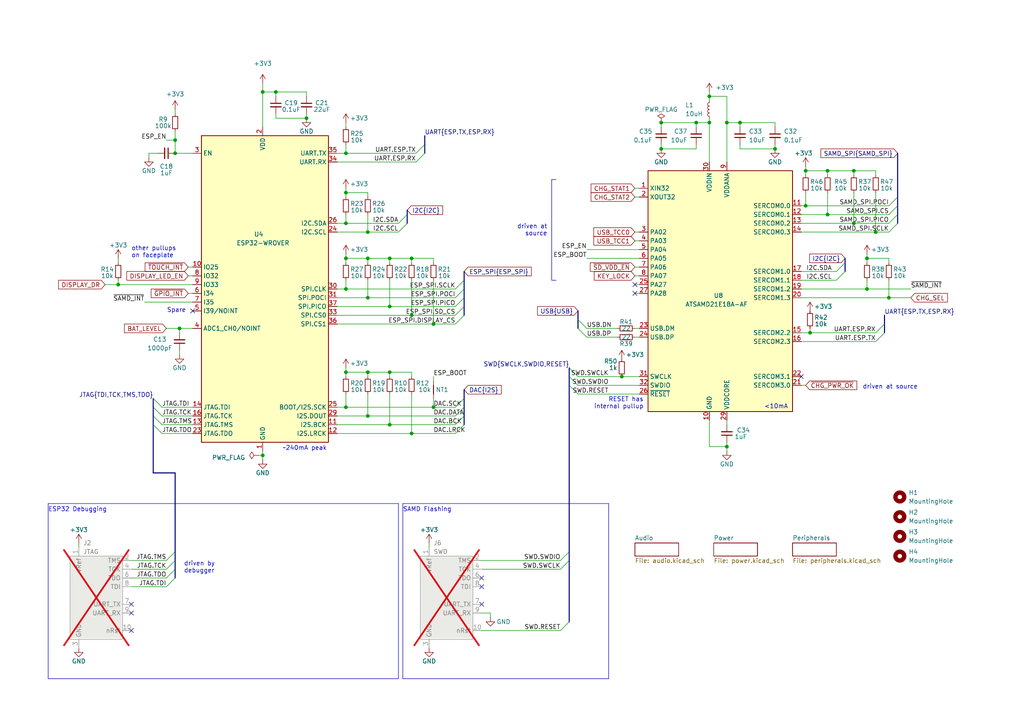
<source format=kicad_sch>
(kicad_sch (version 20230121) (generator eeschema)
  (paper "A4")
  (title_block (date "2022-09-04") (rev "1"))
  (lib_symbols
    (symbol "Device:C_Small" (pin_numbers hide) (pin_names (offset 0.254) hide)
      (property "Reference" "C" (at 0.254 1.778 0))
      (property "Value" "C_Small" (at 0.254 -2.032 0))
      (symbol "C_Small_0_1"
        (polyline (pts (xy -1.524 -0.508) (xy 1.524 -0.508)) (stroke (width 0.3302)))
        (polyline (pts (xy -1.524 0.508) (xy 1.524 0.508)) (stroke (width 0.3048)))
      )
      (symbol "C_Small_1_1"
        (pin passive line (at 0 2.54 270) (length 2.032) (name "~") (number "1"))
        (pin passive line (at 0 -2.54 90) (length 2.032) (name "~") (number "2"))
      )
    )
    (symbol "Device:L_Small" (pin_numbers hide) (pin_names (offset 0.254) hide)
      (property "Reference" "L" (at 0.762 1.016 0))
      (property "Value" "L_Small" (at 0.762 -1.016 0))
      (symbol "L_Small_0_1"
        (arc (start 0 -2.032) (mid 0.5058 -1.524) (end 0 -1.016))
        (arc (start 0 -1.016) (mid 0.5058 -0.508) (end 0 0))
        (arc (start 0 0) (mid 0.5058 0.508) (end 0 1.016))
        (arc (start 0 1.016) (mid 0.5058 1.524) (end 0 2.032))
      )
      (symbol "L_Small_1_1"
        (pin passive line (at 0 2.54 270) (length 0.508) (name "~") (number "1"))
        (pin passive line (at 0 -2.54 90) (length 0.508) (name "~") (number "2"))
      )
    )
    (symbol "Device:NetTie_2" (pin_numbers hide) (pin_names (offset 0) hide)
      (property "Reference" "NT" (at 0 1.27 0))
      (property "Value" "NetTie_2" (at 0 -1.27 0))
      (symbol "NetTie_2_0_1"
        (polyline (pts (xy -1.27 0) (xy 1.27 0)) (stroke (width 0.254)))
      )
      (symbol "NetTie_2_1_1"
        (pin passive line (at -2.54 0 0) (length 2.54) (name "1") (number "1"))
        (pin passive line (at 2.54 0 180) (length 2.54) (name "2") (number "2"))
      )
    )
    (symbol "Device:R_Small" (pin_numbers hide) (pin_names (offset 0.254) hide)
      (property "Reference" "R" (at 0.762 0.508 0))
      (property "Value" "R_Small" (at 0.762 -1.016 0))
      (symbol "R_Small_0_1"
        (rectangle (start -0.762 1.778) (end 0.762 -1.778) (stroke (width 0.2032)))
      )
      (symbol "R_Small_1_1"
        (pin passive line (at 0 2.54 270) (length 0.762) (name "~") (number "1"))
        (pin passive line (at 0 -2.54 90) (length 0.762) (name "~") (number "2"))
      )
    )
    (symbol "Mechanical:MountingHole" (pin_names (offset 1.016))
      (property "Reference" "H" (at 0 5.08 0))
      (property "Value" "MountingHole" (at 0 3.175 0))
      (symbol "MountingHole_0_1"
        (circle (center 0 0) (radius 1.27) (stroke (width 1.27)))
      )
    )
    (symbol "power:+3V3" (power) (pin_names (offset 0))
      (property "Value" "+3V3" (at 0 3.556 0))
      (symbol "+3V3_0_1"
        (polyline (pts (xy -0.762 1.27) (xy 0 2.54)))
        (polyline (pts (xy 0 0) (xy 0 2.54)))
        (polyline (pts (xy 0 2.54) (xy 0.762 1.27)))
      )
      (symbol "+3V3_1_1"
        (pin power_in line (at 0 0 90) (length 0) hide (name "+3V3") (number "1"))
      )
    )
    (symbol "power:GND" (power) (pin_names (offset 0))
      (property "Value" "GND" (at 0 -3.81 0))
      (symbol "GND_0_1"
        (polyline (pts (xy 0 0) (xy 0 -1.27) (xy 1.27 -1.27) (xy 0 -2.54) (xy -1.27 -1.27) (xy 0 -1.27)))
      )
      (symbol "GND_1_1"
        (pin power_in line (at 0 0 270) (length 0) hide (name "GND") (number "1"))
      )
    )
    (symbol "power:PWR_FLAG" (power) (pin_numbers hide) (pin_names (offset 0) hide)
      (property "Value" "PWR_FLAG" (at 0 3.81 0))
      (symbol "PWR_FLAG_0_0"
        (pin power_out line (at 0 0 90) (length 0) (name "pwr") (number "1"))
      )
      (symbol "PWR_FLAG_0_1"
        (polyline (pts (xy 0 0) (xy 0 1.27) (xy -1.016 1.905) (xy 0 2.54) (xy 1.016 1.905) (xy 0 1.27)))
      )
    )
    (symbol "symbols:ATSAMD21E15A-A"
      (property "Reference" "U" (at 0 15.24 0))
      (property "Value" "ATSAMD21E15A-A" (at 0 10.16 0))
      (symbol "ATSAMD21E15A-A_1_1"
        (rectangle (start -20.32 45.72) (end 21.59 -24.13) (stroke (width 0.254)) (fill (type background)))
        (pin bidirectional line (at -22.86 40.64 0) (length 2.54) (name "XIN32") (number "1"))
        (pin power_in line (at -2.54 -26.67 90) (length 2.54) (name "GND") (number "10"))
        (pin bidirectional line (at 24.13 35.56 180) (length 2.54) (name "SERCOM0.0") (number "11"))
        (pin bidirectional line (at 24.13 33.02 180) (length 2.54) (name "SERCOM0.1") (number "12"))
        (pin bidirectional line (at 24.13 30.48 180) (length 2.54) (name "SERCOM0.2") (number "13"))
        (pin bidirectional line (at 24.13 27.94 180) (length 2.54) (name "SERCOM0.3") (number "14"))
        (pin bidirectional line (at 24.13 -1.27 180) (length 2.54) (name "SERCOM2.2") (number "15"))
        (pin bidirectional line (at 24.13 -3.81 180) (length 2.54) (name "SERCOM2.3") (number "16"))
        (pin bidirectional line (at 24.13 16.51 180) (length 2.54) (name "SERCOM1.0") (number "17"))
        (pin bidirectional line (at 24.13 13.97 180) (length 2.54) (name "SERCOM1.1") (number "18"))
        (pin bidirectional line (at 24.13 11.43 180) (length 2.54) (name "SERCOM1.2") (number "19"))
        (pin bidirectional line (at -22.86 38.1 0) (length 2.54) (name "XOUT32") (number "2"))
        (pin bidirectional line (at 24.13 8.89 180) (length 2.54) (name "SERCOM1.3") (number "20"))
        (pin bidirectional line (at 24.13 -16.51 180) (length 2.54) (name "SERCOM3.0") (number "21"))
        (pin bidirectional line (at 24.13 -13.97 180) (length 2.54) (name "SERCOM3.1") (number "22"))
        (pin bidirectional line (at -22.86 0 0) (length 2.54) (name "USB.DM") (number "23"))
        (pin bidirectional line (at -22.86 -2.54 0) (length 2.54) (name "USB.DP") (number "24"))
        (pin bidirectional line (at -22.86 12.7 0) (length 2.54) (name "PA27") (number "25"))
        (pin input line (at -22.86 -19.05 0) (length 2.54) (name "~{RESET}") (number "26"))
        (pin bidirectional line (at -22.86 10.16 0) (length 2.54) (name "PA28") (number "27"))
        (pin power_in line (at -2.54 -26.67 90) (length 2.54) hide (name "GND") (number "28"))
        (pin power_out line (at 2.54 -26.67 90) (length 2.54) (name "VDDCORE") (number "29"))
        (pin bidirectional line (at -22.86 27.94 0) (length 2.54) (name "PA02") (number "3"))
        (pin power_in line (at -2.54 48.26 270) (length 2.54) (name "VDDIN") (number "30"))
        (pin bidirectional line (at -22.86 -13.97 0) (length 2.54) (name "SWCLK") (number "31"))
        (pin bidirectional line (at -22.86 -16.51 0) (length 2.54) (name "SWDIO") (number "32"))
        (pin bidirectional line (at -22.86 25.4 0) (length 2.54) (name "PA03") (number "4"))
        (pin bidirectional line (at -22.86 22.86 0) (length 2.54) (name "PA04") (number "5"))
        (pin bidirectional line (at -22.86 20.32 0) (length 2.54) (name "PA05") (number "6"))
        (pin bidirectional line (at -22.86 17.78 0) (length 2.54) (name "PA06") (number "7"))
        (pin bidirectional line (at -22.86 15.24 0) (length 2.54) (name "PA07") (number "8"))
        (pin power_in line (at 2.54 48.26 270) (length 2.54) (name "VDDANA") (number "9"))
      )
    )
    (symbol "symbols:BMDU"
      (property "Reference" "U" (at -5.08 6.35 0))
      (property "Value" "BMDU" (at -5.08 6.35 0))
      (symbol "BMDU_0_0"
        (pin power_in line (at -5.08 20.32 270) (length 2.54) (name "vRef") (number "1"))
        (pin output line (at 10.16 -3.81 180) (length 2.54) (name "nRst") (number "10"))
        (pin output line (at 10.16 16.51 180) (length 2.54) (name "TMS") (number "2"))
        (pin power_in line (at -5.08 -8.89 90) (length 2.54) (name "GND") (number "3"))
        (pin output line (at 10.16 13.97 180) (length 2.54) (name "TCK") (number "4"))
        (pin power_in line (at -5.08 -8.89 90) (length 2.54) hide (name "GND") (number "5"))
        (pin output line (at 10.16 11.43 180) (length 2.54) (name "TDO") (number "6"))
        (pin output line (at 10.16 3.81 180) (length 2.54) (name "UART_TX") (number "7"))
        (pin input line (at 10.16 8.89 180) (length 2.54) (name "TDI") (number "8"))
        (pin input line (at 10.16 1.27 180) (length 2.54) (name "UART_RX") (number "9"))
      )
      (symbol "BMDU_0_1"
        (rectangle (start -7.62 17.78) (end 7.62 -6.35) (fill (type background)))
      )
    )
    (symbol "symbols:ESP32-WROOM"
      (property "Reference" "U" (at -17.78 34.29 0))
      (property "Value" "ESP32-WROOM" (at -3.81 34.29 0))
      (symbol "ESP32-WROOM_0_1"
        (rectangle (start -17.78 33.02) (end 19.05 -55.88) (stroke (width 0.254)) (fill (type background)))
      )
      (symbol "ESP32-WROOM_1_1"
        (pin power_in line (at 0 -58.42 90) (length 2.54) (name "GND") (number "1"))
        (pin bidirectional line (at -20.32 -5.08 0) (length 2.54) (name "IO25") (number "10"))
        (pin bidirectional line (at 21.59 -50.8 180) (length 2.54) (name "I2S.BCK") (number "11"))
        (pin bidirectional line (at 21.59 -53.34 180) (length 2.54) (name "I2S.LRCK") (number "12"))
        (pin bidirectional line (at -20.32 -50.8 0) (length 2.54) (name "JTAG.TMS") (number "13"))
        (pin bidirectional line (at -20.32 -45.72 0) (length 2.54) (name "JTAG.TDI") (number "14"))
        (pin power_in line (at 0 -58.42 90) (length 2.54) hide (name "GND") (number "15"))
        (pin bidirectional line (at -20.32 -48.26 0) (length 2.54) (name "JTAG.TCK") (number "16"))
        (pin no_connect line (at -17.78 16.51 0) (length 2.54) hide (name "SHD/SD2") (number "17"))
        (pin no_connect line (at -17.78 13.97 0) (length 2.54) hide (name "SWP/SD3") (number "18"))
        (pin no_connect line (at -17.78 8.89 0) (length 2.54) hide (name "SCS/CMD") (number "19"))
        (pin power_in line (at 0 35.56 270) (length 2.54) (name "VDD") (number "2"))
        (pin no_connect line (at -17.78 11.43 0) (length 2.54) hide (name "SCK/CLK") (number "20"))
        (pin no_connect line (at -17.78 21.59 0) (length 2.54) hide (name "SDO/SD0") (number "21"))
        (pin no_connect line (at -17.78 19.05 0) (length 2.54) hide (name "SDI/SD1") (number "22"))
        (pin bidirectional line (at -20.32 -53.34 0) (length 2.54) (name "JTAG.TDO") (number "23"))
        (pin bidirectional line (at 21.59 5.08 180) (length 2.54) (name "I2C.SCL") (number "24"))
        (pin bidirectional line (at 21.59 -45.72 180) (length 2.54) (name "BOOT/I2S.SCK") (number "25"))
        (pin bidirectional line (at 21.59 7.62 180) (length 2.54) (name "I2C.SDA") (number "26"))
        (pin no_connect line (at -17.78 6.35 0) (length 2.54) hide (name "IO16") (number "27"))
        (pin no_connect line (at -17.78 3.81 0) (length 2.54) hide (name "IO17") (number "28"))
        (pin bidirectional line (at 21.59 -48.26 180) (length 2.54) (name "I2S.DOUT") (number "29"))
        (pin input line (at -20.32 27.94 0) (length 2.54) (name "EN") (number "3"))
        (pin bidirectional line (at 21.59 -11.43 180) (length 2.54) (name "SPI.CLK") (number "30"))
        (pin bidirectional line (at 21.59 -13.97 180) (length 2.54) (name "SPI.POCI") (number "31"))
        (pin no_connect line (at -17.78 1.27 0) (length 2.54) hide (name "NC") (number "32"))
        (pin bidirectional line (at 21.59 -19.05 180) (length 2.54) (name "SPI.CS0") (number "33"))
        (pin bidirectional line (at 21.59 25.4 180) (length 2.54) (name "UART.RX") (number "34"))
        (pin bidirectional line (at 21.59 27.94 180) (length 2.54) (name "UART.TX") (number "35"))
        (pin bidirectional line (at 21.59 -21.59 180) (length 2.54) (name "SPI.CS1") (number "36"))
        (pin bidirectional line (at 21.59 -16.51 180) (length 2.54) (name "SPI.PICO") (number "37"))
        (pin power_in line (at 0 -58.42 90) (length 2.54) hide (name "GND") (number "38"))
        (pin power_in line (at 0 -58.42 90) (length 2.54) hide (name "GND") (number "39"))
        (pin input line (at -20.32 -22.86 0) (length 2.54) (name "ADC1_CH0/NOINT") (number "4"))
        (pin input line (at -20.32 -17.78 0) (length 2.54) (name "I39/NOINT") (number "5"))
        (pin input line (at -20.32 -12.7 0) (length 2.54) (name "I34") (number "6"))
        (pin input line (at -20.32 -15.24 0) (length 2.54) (name "I35") (number "7"))
        (pin bidirectional line (at -20.32 -7.62 0) (length 2.54) (name "IO32") (number "8"))
        (pin bidirectional line (at -20.32 -10.16 0) (length 2.54) (name "IO33") (number "9"))
      )
    )
  )
  (bus_alias "USB" (members "DN" "DP"))
  (bus_alias "ESP_SPI" (members "SCLK" "POCI" "PICO" "SD_CS" "DISPLAY_CS"))
  (bus_alias "SAMD_SPI" (members "SCLK" "POCI" "PICO" "CS"))
  (bus_alias "I2C" (members "SDA" "SCL"))
  (bus_alias "I2S" (members "SCK" "BCK" "LRCK" "DATA"))
  (junction (at 125.73 118.11))
  (junction (at 247.65 64.77))
  (junction (at 113.03 123.19))
  (junction (at 88.9 34.29))
  (junction (at 100.33 107.95))
  (junction (at 119.38 91.44))
  (junction (at 251.46 83.82))
  (junction (at 233.68 59.69))
  (junction (at 247.65 49.53))
  (junction (at 254 67.31))
  (junction (at 191.77 35.56))
  (junction (at 100.33 44.45))
  (junction (at 100.33 55.88))
  (junction (at 205.74 27.94))
  (junction (at 106.68 107.95))
  (junction (at 233.68 49.53))
  (junction (at 119.38 74.93))
  (junction (at 113.03 88.9))
  (junction (at 125.73 93.98))
  (junction (at 34.29 82.55))
  (junction (at 113.03 107.95))
  (junction (at 210.82 35.56))
  (junction (at 113.03 74.93))
  (junction (at 100.33 64.77))
  (junction (at 224.79 43.18))
  (junction (at 100.33 74.93))
  (junction (at 106.68 67.31))
  (junction (at 52.07 95.25))
  (junction (at 180.34 109.22))
  (junction (at 240.03 62.23))
  (junction (at 201.93 35.56))
  (junction (at 80.01 26.67))
  (junction (at 100.33 83.82))
  (junction (at 50.8 40.64))
  (junction (at 50.8 44.45))
  (junction (at 214.63 35.56))
  (junction (at 106.68 74.93))
  (junction (at 205.74 35.56))
  (junction (at 251.46 74.93))
  (junction (at 106.68 86.36))
  (junction (at 240.03 49.53))
  (junction (at 191.77 43.18))
  (junction (at 234.95 96.52))
  (junction (at 76.2 26.67))
  (junction (at 257.81 86.36))
  (junction (at 100.33 118.11))
  (junction (at 106.68 120.65))
  (junction (at 119.38 125.73))
  (junction (at 76.2 132.08))
  (junction (at 210.82 129.54))
  (no_connect (at 184.15 82.55))
  (no_connect (at 184.15 85.09))
  (no_connect (at 55.88 90.17))
  (no_connect (at 139.7 170.18))
  (no_connect (at 38.1 182.88))
  (no_connect (at 139.7 167.64))
  (no_connect (at 232.41 109.22))
  (no_connect (at 139.7 175.26))
  (no_connect (at 38.1 175.26))
  (no_connect (at 38.1 177.8))
  (bus_entry (at 134.62 115.57) (size -2.54 2.54))
  (bus_entry (at 165.1 106.68) (size 2.54 2.54))
  (bus_entry (at 165.1 109.22) (size 2.54 2.54))
  (bus_entry (at 165.1 111.76) (size 2.54 2.54))
  (bus_entry (at 44.45 123.19) (size 2.54 2.54))
  (bus_entry (at 44.45 115.57) (size 2.54 2.54))
  (bus_entry (at 44.45 118.11) (size 2.54 2.54))
  (bus_entry (at 44.45 120.65) (size 2.54 2.54))
  (bus_entry (at 257.81 64.77) (size 2.54 -2.54))
  (bus_entry (at 257.81 62.23) (size 2.54 -2.54))
  (bus_entry (at 257.81 59.69) (size 2.54 -2.54))
  (bus_entry (at 162.56 162.56) (size 2.54 -2.54))
  (bus_entry (at 132.08 86.36) (size 2.54 -2.54))
  (bus_entry (at 132.08 83.82) (size 2.54 -2.54))
  (bus_entry (at 132.08 88.9) (size 2.54 -2.54))
  (bus_entry (at 132.08 93.98) (size 2.54 -2.54))
  (bus_entry (at 132.08 91.44) (size 2.54 -2.54))
  (bus_entry (at 120.65 46.99) (size 2.54 -2.54))
  (bus_entry (at 120.65 44.45) (size 2.54 -2.54))
  (bus_entry (at 48.26 165.1) (size 2.54 -2.54))
  (bus_entry (at 48.26 167.64) (size 2.54 -2.54))
  (bus_entry (at 48.26 162.56) (size 2.54 -2.54))
  (bus_entry (at 48.26 170.18) (size 2.54 -2.54))
  (bus_entry (at 162.56 182.88) (size 2.54 -2.54))
  (bus_entry (at 242.57 78.74) (size 2.54 -2.54))
  (bus_entry (at 257.81 67.31) (size 2.54 -2.54))
  (bus_entry (at 132.08 120.65) (size 2.54 -2.54))
  (bus_entry (at 132.08 125.73) (size 2.54 -2.54))
  (bus_entry (at 132.08 123.19) (size 2.54 -2.54))
  (bus_entry (at 242.57 81.28) (size 2.54 -2.54))
  (bus_entry (at 115.57 64.77) (size 2.54 -2.54))
  (bus_entry (at 115.57 67.31) (size 2.54 -2.54))
  (bus_entry (at 254 96.52) (size 2.54 -2.54))
  (bus_entry (at 254 99.06) (size 2.54 -2.54))
  (bus_entry (at 162.56 165.1) (size 2.54 -2.54))
  (bus_entry (at 167.64 95.25) (size 2.54 2.54))
  (bus_entry (at 167.64 92.71) (size 2.54 2.54))
  (bus (pts (xy 44.45 115.57) (xy 44.45 118.11)))
  (wire (pts (xy 257.81 81.28) (xy 257.81 86.36)))
  (wire (pts (xy 205.74 119.38) (xy 205.74 129.54)))
  (wire (pts (xy 97.79 120.65) (xy 106.68 120.65)))
  (wire (pts (xy 205.74 129.54) (xy 210.82 129.54)))
  (wire (pts (xy 232.41 81.28) (xy 242.57 81.28)))
  (bus (pts (xy 260.35 62.23) (xy 260.35 64.77)))
  (wire (pts (xy 106.68 81.28) (xy 106.68 86.36)))
  (wire (pts (xy 97.79 125.73) (xy 119.38 125.73)))
  (wire (pts (xy 251.46 74.93) (xy 257.81 74.93)))
  (wire (pts (xy 257.81 62.23) (xy 240.03 62.23)))
  (wire (pts (xy 214.63 43.18) (xy 214.63 41.91)))
  (wire (pts (xy 125.73 109.22) (xy 125.73 110.49)))
  (wire (pts (xy 100.33 106.68) (xy 100.33 107.95)))
  (wire (pts (xy 97.79 123.19) (xy 113.03 123.19)))
  (wire (pts (xy 125.73 93.98) (xy 132.08 93.98)))
  (bus (pts (xy 134.62 115.57) (xy 134.62 118.11)))
  (wire (pts (xy 106.68 86.36) (xy 132.08 86.36)))
  (wire (pts (xy 184.15 85.09) (xy 185.42 85.09)))
  (wire (pts (xy 100.33 107.95) (xy 106.68 107.95)))
  (polyline (pts (xy 161.29 52.07) (xy 160.02 52.07)))
  (wire (pts (xy 48.26 95.25) (xy 52.07 95.25)))
  (wire (pts (xy 247.65 49.53) (xy 254 49.53)))
  (polyline (pts (xy 160.02 52.07) (xy 160.02 81.28)))
  (wire (pts (xy 125.73 74.93) (xy 125.73 76.2)))
  (wire (pts (xy 180.34 109.22) (xy 185.42 109.22)))
  (wire (pts (xy 106.68 74.93) (xy 113.03 74.93)))
  (wire (pts (xy 30.48 82.55) (xy 34.29 82.55)))
  (polyline (pts (xy 176.53 146.05) (xy 176.53 196.85)))
  (bus (pts (xy 50.8 160.02) (xy 50.8 162.56)))
  (wire (pts (xy 234.95 95.25) (xy 234.95 96.52)))
  (wire (pts (xy 224.79 35.56) (xy 224.79 36.83)))
  (wire (pts (xy 139.7 165.1) (xy 162.56 165.1)))
  (wire (pts (xy 100.33 83.82) (xy 132.08 83.82)))
  (wire (pts (xy 74.93 132.08) (xy 76.2 132.08)))
  (wire (pts (xy 167.64 109.22) (xy 180.34 109.22)))
  (wire (pts (xy 76.2 26.67) (xy 80.01 26.67)))
  (wire (pts (xy 52.07 96.52) (xy 52.07 95.25)))
  (bus (pts (xy 167.64 90.17) (xy 167.64 92.71)))
  (wire (pts (xy 50.8 33.02) (xy 50.8 31.75)))
  (wire (pts (xy 124.46 157.48) (xy 124.46 158.75)))
  (bus (pts (xy 134.62 118.11) (xy 134.62 120.65)))
  (bus (pts (xy 165.1 106.68) (xy 165.1 109.22)))
  (bus (pts (xy 123.19 41.91) (xy 123.19 44.45)))
  (wire (pts (xy 232.41 86.36) (xy 257.81 86.36)))
  (wire (pts (xy 201.93 35.56) (xy 191.77 35.56)))
  (wire (pts (xy 184.15 67.31) (xy 185.42 67.31)))
  (wire (pts (xy 97.79 83.82) (xy 100.33 83.82)))
  (wire (pts (xy 43.18 44.45) (xy 43.18 45.72)))
  (wire (pts (xy 184.15 57.15) (xy 185.42 57.15)))
  (wire (pts (xy 125.73 115.57) (xy 125.73 118.11)))
  (wire (pts (xy 113.03 123.19) (xy 132.08 123.19)))
  (wire (pts (xy 251.46 74.93) (xy 251.46 76.2)))
  (polyline (pts (xy 116.84 146.05) (xy 176.53 146.05)))
  (wire (pts (xy 48.26 40.64) (xy 50.8 40.64)))
  (wire (pts (xy 113.03 107.95) (xy 113.03 109.22)))
  (wire (pts (xy 76.2 26.67) (xy 76.2 36.83)))
  (wire (pts (xy 119.38 81.28) (xy 119.38 91.44)))
  (wire (pts (xy 184.15 54.61) (xy 185.42 54.61)))
  (wire (pts (xy 142.24 179.07) (xy 142.24 177.8)))
  (wire (pts (xy 100.33 114.3) (xy 100.33 118.11)))
  (wire (pts (xy 247.65 55.88) (xy 247.65 64.77)))
  (wire (pts (xy 240.03 50.8) (xy 240.03 49.53)))
  (wire (pts (xy 184.15 77.47) (xy 185.42 77.47)))
  (wire (pts (xy 184.15 97.79) (xy 185.42 97.79)))
  (wire (pts (xy 184.15 80.01) (xy 185.42 80.01)))
  (wire (pts (xy 210.82 35.56) (xy 210.82 46.99)))
  (wire (pts (xy 257.81 86.36) (xy 264.16 86.36)))
  (wire (pts (xy 100.33 107.95) (xy 100.33 109.22)))
  (wire (pts (xy 46.99 120.65) (xy 55.88 120.65)))
  (wire (pts (xy 232.41 83.82) (xy 251.46 83.82)))
  (bus (pts (xy 245.11 76.2) (xy 245.11 78.74)))
  (wire (pts (xy 233.68 55.88) (xy 233.68 59.69)))
  (wire (pts (xy 232.41 78.74) (xy 242.57 78.74)))
  (wire (pts (xy 257.81 59.69) (xy 233.68 59.69)))
  (wire (pts (xy 113.03 114.3) (xy 113.03 123.19)))
  (wire (pts (xy 22.86 157.48) (xy 22.86 158.75)))
  (wire (pts (xy 80.01 26.67) (xy 88.9 26.67)))
  (wire (pts (xy 139.7 182.88) (xy 162.56 182.88)))
  (wire (pts (xy 76.2 24.13) (xy 76.2 26.67)))
  (wire (pts (xy 106.68 107.95) (xy 113.03 107.95)))
  (bus (pts (xy 165.1 109.22) (xy 165.1 111.76)))
  (bus (pts (xy 165.1 162.56) (xy 165.1 180.34)))
  (wire (pts (xy 46.99 118.11) (xy 55.88 118.11)))
  (wire (pts (xy 113.03 74.93) (xy 119.38 74.93)))
  (wire (pts (xy 34.29 74.93) (xy 34.29 76.2)))
  (polyline (pts (xy 13.97 196.85) (xy 13.97 146.05)))
  (wire (pts (xy 170.18 97.79) (xy 179.07 97.79)))
  (polyline (pts (xy 160.02 81.28) (xy 161.29 81.28)))
  (wire (pts (xy 46.99 123.19) (xy 55.88 123.19)))
  (wire (pts (xy 201.93 35.56) (xy 201.93 36.83)))
  (wire (pts (xy 80.01 33.02) (xy 80.01 34.29)))
  (wire (pts (xy 247.65 64.77) (xy 257.81 64.77)))
  (wire (pts (xy 80.01 34.29) (xy 88.9 34.29)))
  (wire (pts (xy 184.15 82.55) (xy 185.42 82.55)))
  (wire (pts (xy 119.38 107.95) (xy 119.38 109.22)))
  (wire (pts (xy 247.65 50.8) (xy 247.65 49.53)))
  (wire (pts (xy 88.9 26.67) (xy 88.9 27.94)))
  (wire (pts (xy 191.77 35.56) (xy 191.77 36.83)))
  (wire (pts (xy 113.03 74.93) (xy 113.03 76.2)))
  (bus (pts (xy 134.62 88.9) (xy 134.62 86.36)))
  (wire (pts (xy 97.79 67.31) (xy 106.68 67.31)))
  (wire (pts (xy 119.38 125.73) (xy 132.08 125.73)))
  (wire (pts (xy 232.41 96.52) (xy 234.95 96.52)))
  (wire (pts (xy 100.33 62.23) (xy 100.33 64.77)))
  (wire (pts (xy 214.63 43.18) (xy 224.79 43.18)))
  (bus (pts (xy 134.62 120.65) (xy 134.62 123.19)))
  (wire (pts (xy 167.64 111.76) (xy 185.42 111.76)))
  (bus (pts (xy 165.1 111.76) (xy 165.1 160.02)))
  (wire (pts (xy 113.03 81.28) (xy 113.03 88.9)))
  (wire (pts (xy 50.8 40.64) (xy 50.8 38.1)))
  (wire (pts (xy 170.18 72.39) (xy 185.42 72.39)))
  (wire (pts (xy 38.1 165.1) (xy 48.26 165.1)))
  (bus (pts (xy 44.45 120.65) (xy 44.45 123.19)))
  (wire (pts (xy 46.99 125.73) (xy 55.88 125.73)))
  (wire (pts (xy 100.33 41.91) (xy 100.33 44.45)))
  (wire (pts (xy 106.68 120.65) (xy 132.08 120.65)))
  (wire (pts (xy 125.73 81.28) (xy 125.73 93.98)))
  (wire (pts (xy 254 55.88) (xy 254 67.31)))
  (wire (pts (xy 170.18 95.25) (xy 179.07 95.25)))
  (wire (pts (xy 254 49.53) (xy 254 50.8)))
  (wire (pts (xy 97.79 64.77) (xy 100.33 64.77)))
  (wire (pts (xy 210.82 27.94) (xy 210.82 35.56)))
  (wire (pts (xy 113.03 88.9) (xy 132.08 88.9)))
  (bus (pts (xy 167.64 92.71) (xy 167.64 95.25)))
  (wire (pts (xy 233.68 48.26) (xy 233.68 49.53)))
  (polyline (pts (xy 116.84 196.85) (xy 116.84 146.05)))
  (wire (pts (xy 167.64 114.3) (xy 185.42 114.3)))
  (wire (pts (xy 97.79 88.9) (xy 113.03 88.9)))
  (wire (pts (xy 38.1 167.64) (xy 48.26 167.64)))
  (wire (pts (xy 106.68 74.93) (xy 106.68 76.2)))
  (wire (pts (xy 210.82 128.27) (xy 210.82 129.54)))
  (wire (pts (xy 119.38 91.44) (xy 132.08 91.44)))
  (wire (pts (xy 38.1 170.18) (xy 48.26 170.18)))
  (wire (pts (xy 233.68 59.69) (xy 232.41 59.69)))
  (wire (pts (xy 119.38 74.93) (xy 125.73 74.93)))
  (bus (pts (xy 44.45 137.16) (xy 50.8 137.16)))
  (wire (pts (xy 232.41 62.23) (xy 240.03 62.23)))
  (wire (pts (xy 100.33 35.56) (xy 100.33 36.83)))
  (polyline (pts (xy 116.84 196.85) (xy 176.53 196.85)))
  (wire (pts (xy 139.7 162.56) (xy 162.56 162.56)))
  (wire (pts (xy 54.61 77.47) (xy 55.88 77.47)))
  (wire (pts (xy 100.33 74.93) (xy 100.33 76.2)))
  (wire (pts (xy 100.33 81.28) (xy 100.33 83.82)))
  (wire (pts (xy 232.41 67.31) (xy 254 67.31)))
  (wire (pts (xy 97.79 44.45) (xy 100.33 44.45)))
  (wire (pts (xy 100.33 64.77) (xy 115.57 64.77)))
  (wire (pts (xy 224.79 41.91) (xy 224.79 43.18)))
  (wire (pts (xy 205.74 27.94) (xy 210.82 27.94)))
  (wire (pts (xy 251.46 73.66) (xy 251.46 74.93)))
  (wire (pts (xy 240.03 55.88) (xy 240.03 62.23)))
  (wire (pts (xy 76.2 132.08) (xy 76.2 130.81)))
  (wire (pts (xy 205.74 26.67) (xy 205.74 27.94)))
  (wire (pts (xy 76.2 133.35) (xy 76.2 132.08)))
  (wire (pts (xy 38.1 162.56) (xy 48.26 162.56)))
  (wire (pts (xy 232.41 64.77) (xy 247.65 64.77)))
  (wire (pts (xy 232.41 99.06) (xy 254 99.06)))
  (bus (pts (xy 134.62 78.74) (xy 134.62 81.28)))
  (wire (pts (xy 184.15 95.25) (xy 185.42 95.25)))
  (wire (pts (xy 191.77 41.91) (xy 191.77 43.18)))
  (bus (pts (xy 134.62 91.44) (xy 134.62 88.9)))
  (bus (pts (xy 134.62 86.36) (xy 134.62 83.82)))
  (wire (pts (xy 240.03 49.53) (xy 247.65 49.53)))
  (bus (pts (xy 118.11 62.23) (xy 118.11 64.77)))
  (bus (pts (xy 123.19 39.37) (xy 123.19 41.91)))
  (wire (pts (xy 113.03 107.95) (xy 119.38 107.95)))
  (wire (pts (xy 233.68 50.8) (xy 233.68 49.53)))
  (wire (pts (xy 34.29 81.28) (xy 34.29 82.55)))
  (wire (pts (xy 119.38 74.93) (xy 119.38 76.2)))
  (wire (pts (xy 100.33 44.45) (xy 120.65 44.45)))
  (wire (pts (xy 251.46 83.82) (xy 264.16 83.82)))
  (wire (pts (xy 100.33 57.15) (xy 100.33 55.88)))
  (wire (pts (xy 45.72 44.45) (xy 43.18 44.45)))
  (wire (pts (xy 170.18 74.93) (xy 185.42 74.93)))
  (polyline (pts (xy 13.97 146.05) (xy 115.57 146.05)))
  (wire (pts (xy 34.29 82.55) (xy 55.88 82.55)))
  (bus (pts (xy 134.62 83.82) (xy 134.62 81.28)))
  (wire (pts (xy 106.68 62.23) (xy 106.68 67.31)))
  (wire (pts (xy 54.61 80.01) (xy 55.88 80.01)))
  (wire (pts (xy 205.74 35.56) (xy 205.74 46.99)))
  (wire (pts (xy 210.82 35.56) (xy 214.63 35.56)))
  (bus (pts (xy 256.54 93.98) (xy 256.54 96.52)))
  (bus (pts (xy 50.8 137.16) (xy 50.8 160.02)))
  (wire (pts (xy 97.79 93.98) (xy 125.73 93.98)))
  (bus (pts (xy 50.8 162.56) (xy 50.8 165.1)))
  (wire (pts (xy 106.68 114.3) (xy 106.68 120.65)))
  (wire (pts (xy 100.33 54.61) (xy 100.33 55.88)))
  (wire (pts (xy 214.63 35.56) (xy 224.79 35.56)))
  (wire (pts (xy 257.81 74.93) (xy 257.81 76.2)))
  (wire (pts (xy 100.33 55.88) (xy 106.68 55.88)))
  (wire (pts (xy 52.07 95.25) (xy 55.88 95.25)))
  (bus (pts (xy 118.11 60.96) (xy 118.11 62.23)))
  (wire (pts (xy 119.38 114.3) (xy 119.38 125.73)))
  (wire (pts (xy 205.74 27.94) (xy 205.74 29.21)))
  (bus (pts (xy 260.35 57.15) (xy 260.35 59.69)))
  (wire (pts (xy 201.93 43.18) (xy 201.93 41.91)))
  (bus (pts (xy 44.45 118.11) (xy 44.45 120.65)))
  (wire (pts (xy 106.68 67.31) (xy 115.57 67.31)))
  (wire (pts (xy 80.01 26.67) (xy 80.01 27.94)))
  (bus (pts (xy 134.62 113.03) (xy 134.62 115.57)))
  (wire (pts (xy 50.8 44.45) (xy 55.88 44.45)))
  (bus (pts (xy 260.35 59.69) (xy 260.35 62.23)))
  (bus (pts (xy 44.45 123.19) (xy 44.45 137.16)))
  (wire (pts (xy 125.73 118.11) (xy 132.08 118.11)))
  (wire (pts (xy 205.74 35.56) (xy 201.93 35.56)))
  (wire (pts (xy 210.82 123.19) (xy 210.82 121.92)))
  (wire (pts (xy 88.9 34.29) (xy 88.9 33.02)))
  (wire (pts (xy 251.46 81.28) (xy 251.46 83.82)))
  (wire (pts (xy 210.82 129.54) (xy 210.82 130.81)))
  (wire (pts (xy 97.79 46.99) (xy 120.65 46.99)))
  (wire (pts (xy 100.33 118.11) (xy 125.73 118.11)))
  (wire (pts (xy 100.33 74.93) (xy 106.68 74.93)))
  (wire (pts (xy 214.63 35.56) (xy 214.63 36.83)))
  (bus (pts (xy 245.11 74.93) (xy 245.11 76.2)))
  (wire (pts (xy 233.68 49.53) (xy 240.03 49.53)))
  (polyline (pts (xy 13.97 196.85) (xy 115.57 196.85)))
  (wire (pts (xy 97.79 91.44) (xy 119.38 91.44)))
  (wire (pts (xy 254 67.31) (xy 257.81 67.31)))
  (wire (pts (xy 106.68 107.95) (xy 106.68 109.22)))
  (wire (pts (xy 54.61 85.09) (xy 55.88 85.09)))
  (wire (pts (xy 201.93 43.18) (xy 191.77 43.18)))
  (wire (pts (xy 97.79 118.11) (xy 100.33 118.11)))
  (wire (pts (xy 52.07 102.87) (xy 52.07 101.6)))
  (polyline (pts (xy 115.57 146.05) (xy 115.57 196.85)))
  (wire (pts (xy 97.79 86.36) (xy 106.68 86.36)))
  (wire (pts (xy 142.24 177.8) (xy 139.7 177.8)))
  (bus (pts (xy 165.1 160.02) (xy 165.1 162.56)))
  (wire (pts (xy 41.91 87.63) (xy 55.88 87.63)))
  (wire (pts (xy 205.74 34.29) (xy 205.74 35.56)))
  (wire (pts (xy 184.15 69.85) (xy 185.42 69.85)))
  (bus (pts (xy 260.35 44.45) (xy 260.35 57.15)))
  (wire (pts (xy 234.95 96.52) (xy 254 96.52)))
  (wire (pts (xy 100.33 73.66) (xy 100.33 74.93)))
  (wire (pts (xy 233.68 111.76) (xy 232.41 111.76)))
  (bus (pts (xy 50.8 165.1) (xy 50.8 167.64)))
  (wire (pts (xy 50.8 44.45) (xy 50.8 40.64)))
  (wire (pts (xy 106.68 55.88) (xy 106.68 57.15)))
  (bus (pts (xy 256.54 91.44) (xy 256.54 93.98)))
  (text "<10mA" (at 221.615 118.745 0) (effects (font (size 1.27 1.27)) (justify left bottom)))
  (text "driven by\ndebugger" (at 53.34 166.37 0) (effects (font (size 1.27 1.27)) (justify left bottom)))
  (text "~240mA peak" (at 81.915 130.81 0) (effects (font (size 1.27 1.27)) (justify left bottom)))
  (text "Spare" (at 53.975 90.805 0) (effects (font (size 1.27 1.27)) (justify right bottom)))
  (text "RESET has\ninternal pullup" (at 186.69 118.745 0) (effects (font (size 1.27 1.27)) (justify right bottom)))
  (text "SAMD Flashing" (at 116.84 148.59 0) (effects (font (size 1.27 1.27)) (justify left bottom)))
  (text "driven at\nsource" (at 158.75 68.58 0) (effects (font (size 1.27 1.27)) (justify right bottom)))
  (text "ESP32 Debugging" (at 13.97 148.59 0) (effects (font (size 1.27 1.27)) (justify left bottom)))
  (text "other pullups\non faceplate" (at 38.1 74.93 0) (effects (font (size 1.27 1.27)) (justify left bottom)))
  (text "driven at source" (at 250.19 113.03 0) (effects (font (size 1.27 1.27)) (justify left bottom)))
  (label "~{SAMD_INT}" (at 264.16 83.82 0))
  (label "UART.ESP.TX" (at 120.65 44.45 180))
  (label "DAC.BCK" (at 125.73 123.19 0))
  (label "JTAG.TCK" (at 48.26 165.1 180))
  (label "UART{ESP.TX,ESP.RX}" (at 256.54 91.44 0))
  (label "ESP_BOOT" (at 170.18 74.93 180))
  (label "ESP_SPI.DISPLAY_CS" (at 132.08 93.98 180))
  (label "SAMD_SPI.SCLK" (at 257.81 67.31 180))
  (label "I2C.SCL" (at 241.3 81.28 180))
  (label "DAC.SCK" (at 125.73 118.11 0))
  (label "I2C.SDA" (at 115.57 64.77 180))
  (label "SWD.SWCLK" (at 176.53 109.22 180))
  (label "ESP_SPI.SCLK" (at 132.08 83.82 180))
  (label "JTAG.TDO" (at 48.26 167.64 180))
  (label "JTAG.TCK" (at 46.99 120.65 0))
  (label "SAMD_SPI.PICO" (at 257.81 64.77 180))
  (label "SWD.RESET" (at 176.53 114.3 180))
  (label "SWD{SWCLK,SWDIO,RESET}" (at 165.1 106.68 180))
  (label "SWD.SWDIO" (at 176.53 111.76 180))
  (label "SWD.RESET" (at 162.56 182.88 180))
  (label "JTAG.TDO" (at 46.99 125.73 0))
  (label "I2C.SCL" (at 115.57 67.31 180))
  (label "ESP_SPI.POCI" (at 132.08 86.36 180))
  (label "SAMD_SPI.CS" (at 257.81 62.23 180))
  (label "UART{ESP.TX,ESP.RX}" (at 123.19 39.37 0))
  (label "ESP_EN" (at 170.18 72.39 180))
  (label "~{SAMD_INT}" (at 41.91 87.63 180))
  (label "JTAG{TDI,TCK,TMS,TDO}" (at 44.45 115.57 180))
  (label "ESP_SPI.PICO" (at 132.08 88.9 180))
  (label "DAC.DATA" (at 125.73 120.65 0))
  (label "UART.ESP.RX" (at 120.65 46.99 180))
  (label "JTAG.TDI" (at 48.26 170.18 180))
  (label "UART.ESP.TX" (at 254 99.06 180))
  (label "SWD.SWCLK" (at 162.56 165.1 180))
  (label "SWD.SWDIO" (at 162.56 162.56 180))
  (label "UART.ESP.RX" (at 254 96.52 180))
  (label "SAMD_SPI.POCI" (at 257.81 59.69 180))
  (label "USB.DN" (at 170.18 95.25 0))
  (label "USB.DP" (at 170.18 97.79 0))
  (label "ESP_EN" (at 48.26 40.64 180))
  (label "JTAG.TDI" (at 46.99 118.11 0))
  (label "JTAG.TMS" (at 48.26 162.56 180))
  (label "I2C.SDA" (at 241.3 78.74 180))
  (label "ESP_BOOT" (at 125.73 109.22 0))
  (label "JTAG.TMS" (at 46.99 123.19 0))
  (label "DAC.LRCK" (at 125.73 125.73 0))
  (label "ESP_SPI.SD_CS" (at 132.08 91.44 180))
  (global_label "~{GPIO_INT}" (shape input) (at 54.61 85.09 180) (property "Intersheetrefs" "${INTERSHEET_REFS}" (effects hide)))
  (global_label "BAT_LEVEL" (shape input) (at 48.26 95.25 180) (property "Intersheetrefs" "${INTERSHEET_REFS}" (effects hide)))
  (global_label "SAMD_SPI{SAMD_SPI}" (shape input) (at 260.35 44.45 180) (property "Intersheetrefs" "${INTERSHEET_REFS}" (effects hide)))
  (global_label "USB{USB}" (shape input) (at 167.64 90.17 180) (property "Intersheetrefs" "${INTERSHEET_REFS}" (effects hide)))
  (global_label "DISPLAY_LED_EN" (shape input) (at 54.61 80.01 180) (property "Intersheetrefs" "${INTERSHEET_REFS}" (effects hide)))
  (global_label "~{SD_VDD_EN}" (shape input) (at 184.15 77.47 180) (property "Intersheetrefs" "${INTERSHEET_REFS}" (effects hide)))
  (global_label "USB_TCC1" (shape input) (at 184.15 69.85 180) (property "Intersheetrefs" "${INTERSHEET_REFS}" (effects hide)))
  (global_label "I2C{I2C}" (shape input) (at 118.11 60.96 0) (property "Intersheetrefs" "${INTERSHEET_REFS}" (effects hide)))
  (global_label "DISPLAY_DR" (shape input) (at 30.48 82.55 180) (property "Intersheetrefs" "${INTERSHEET_REFS}" (effects hide)))
  (global_label "DAC{I2S}" (shape input) (at 134.62 113.03 0) (property "Intersheetrefs" "${INTERSHEET_REFS}" (effects hide)))
  (global_label "I2C{I2C}" (shape input) (at 245.11 74.93 180) (property "Intersheetrefs" "${INTERSHEET_REFS}" (effects hide)))
  (global_label "~{TOUCH_INT}" (shape input) (at 54.61 77.47 180) (property "Intersheetrefs" "${INTERSHEET_REFS}" (effects hide)))
  (global_label "USB_TCC0" (shape input) (at 184.15 67.31 180) (property "Intersheetrefs" "${INTERSHEET_REFS}" (effects hide)))
  (global_label "KEY_LOCK" (shape input) (at 184.15 80.01 180) (property "Intersheetrefs" "${INTERSHEET_REFS}" (effects hide)))
  (global_label "ESP_SPI{ESP_SPI}" (shape input) (at 134.62 78.74 0) (property "Intersheetrefs" "${INTERSHEET_REFS}" (effects hide)))
  (global_label "~{CHG_PWR_OK}" (shape input) (at 233.68 111.76 0) (property "Intersheetrefs" "${INTERSHEET_REFS}" (effects hide)))
  (global_label "CHG_STAT1" (shape input) (at 184.15 54.61 180) (property "Intersheetrefs" "${INTERSHEET_REFS}" (effects hide)))
  (global_label "CHG_SEL" (shape input) (at 264.16 86.36 0) (property "Intersheetrefs" "${INTERSHEET_REFS}" (effects hide)))
  (global_label "CHG_STAT2" (shape input) (at 184.15 57.15 180) (property "Intersheetrefs" "${INTERSHEET_REFS}" (effects hide)))
  (symbol (lib_id "Device:R_Small") (at 100.33 59.69 0) (unit 1)
    (property "Reference" "R23" (at 103.505 59.055 0))
    (property "Value" "10k" (at 103.505 60.96 0))
    (property "Footprint" "Resistor_SMD:R_0603_1608Metric" (effects hide))
    (property "MPN" "AC0603JR-0710KL" (effects hide))
  )
  (symbol (lib_id "Device:NetTie_2") (at 125.73 113.03 90) (unit 1)
    (property "Reference" "NT1" (at 126.365 113.03 90) (effects (justify right)))
    (property "Value" "NetTie_2" (effects hide))
    (property "Footprint" "NetTie:NetTie-2_SMD_Pad0.5mm" (effects hide))
  )
  (symbol (lib_id "power:PWR_FLAG") (at 74.93 132.08 90) (unit 1)
    (property "Reference" "#FLG0102" (effects hide))
    (property "Value" "PWR_FLAG" (at 71.12 132.715 90) (effects (justify left)))
  )
  (symbol (lib_id "power:+3V3") (at 22.86 157.48 0) (unit 1)
    (property "Reference" "#PWR0101" (effects hide))
    (property "Value" "+3V3" (at 22.86 153.67 0))
  )
  (symbol (lib_id "Device:R_Small") (at 240.03 53.34 0) (unit 1)
    (property "Reference" "R45" (at 243.84 52.705 0))
    (property "Value" "10k" (at 243.84 54.61 0))
    (property "Footprint" "Resistor_SMD:R_0603_1608Metric" (effects hide))
    (property "MPN" "AC0603JR-0710KL" (effects hide))
  )
  (symbol (lib_id "Mechanical:MountingHole") (at 260.985 161.29 0) (unit 1) (in_bom no)
    (property "Reference" "H4" (at 263.525 160.0199 0) (effects (justify left)))
    (property "Value" "MountingHole" (at 263.525 162.5599 0) (effects (justify left)))
    (property "Footprint" "MountingHole:MountingHole_2.2mm_M2" (effects hide))
  )
  (symbol (lib_id "power:+3V3") (at 124.46 157.48 0) (unit 1)
    (property "Reference" "#PWR0115" (effects hide))
    (property "Value" "+3V3" (at 124.46 153.67 0))
  )
  (symbol (lib_id "Device:R_Small") (at 113.03 78.74 0) (unit 1)
    (property "Reference" "R22" (at 116.205 78.105 0))
    (property "Value" "10k" (at 116.205 80.01 0))
    (property "Footprint" "Resistor_SMD:R_0603_1608Metric" (effects hide))
    (property "MPN" "AC0603JR-0710KL" (effects hide))
  )
  (symbol (lib_id "symbols:ESP32-WROOM") (at 76.2 72.39 0) (unit 1)
    (property "Reference" "U4" (at 73.66 67.945 0) (effects (justify left)))
    (property "Value" "ESP32-WROVER" (at 68.58 70.485 0) (effects (justify left)))
    (property "Footprint" "footprints:ESP32-WROVER" (effects hide))
    (property "Datasheet" "https://www.espressif.com/sites/default/files/documentation/esp32-wroom-32d_esp32-wroom-32u_datasheet_en.pdf" (effects hide))
    (property "MPN" "ESP32-WROVER-IE-N16R8" (effects hide))
  )
  (symbol (lib_id "Device:C_Small") (at 88.9 30.48 0) (unit 1)
    (property "Reference" "C21" (at 93.345 29.845 0))
    (property "Value" "22uF" (at 93.345 31.75 0))
    (property "Footprint" "Capacitor_SMD:C_0805_2012Metric" (effects hide))
    (property "MPN" "EMK212BBJ226MG-T " (effects hide))
  )
  (symbol (lib_id "power:+3V3") (at 76.2 24.13 0) (unit 1)
    (property "Reference" "#PWR0108" (effects hide))
    (property "Value" "+3V3" (at 76.2 18.415 0))
  )
  (symbol (lib_id "power:GND") (at 210.82 130.81 0) (unit 1)
    (property "Reference" "#PWR0121" (effects hide))
    (property "Value" "GND" (at 210.82 134.62 0))
  )
  (symbol (lib_id "Device:R_Small") (at 106.68 111.76 0) (unit 1)
    (property "Reference" "R19" (at 109.855 111.125 0))
    (property "Value" "10k" (at 109.855 113.03 0))
    (property "Footprint" "Resistor_SMD:R_0603_1608Metric" (effects hide))
    (property "MPN" "AC0603JR-0710KL" (effects hide))
  )
  (symbol (lib_id "Device:C_Small") (at 48.26 44.45 270) (unit 1)
    (property "Reference" "C18" (at 48.26 48.26 90))
    (property "Value" "1uF" (at 48.26 50.165 90))
    (property "Footprint" "Capacitor_SMD:C_0805_2012Metric" (effects hide))
    (property "MPN" "EMK212BJ105KG-T" (effects hide))
  )
  (symbol (lib_id "power:GND") (at 22.86 187.96 0) (unit 1)
    (property "Reference" "#PWR0102" (effects hide))
    (property "Value" "GND" (at 22.86 191.77 0))
  )
  (symbol (lib_id "Device:R_Small") (at 181.61 95.25 90) (unit 1)
    (property "Reference" "R41" (at 181.61 93.345 90))
    (property "Value" "22" (at 181.61 95.25 90))
    (property "Footprint" "Capacitor_SMD:C_0603_1608Metric" (effects hide))
    (property "MPN" "RC0603JR-0722RL" (effects hide))
  )
  (symbol (lib_id "power:GND") (at 76.2 133.35 0) (unit 1)
    (property "Reference" "#PWR0109" (effects hide))
    (property "Value" "GND" (at 76.2 137.16 0))
  )
  (symbol (lib_id "power:+3V3") (at 234.95 90.17 0) (unit 1)
    (property "Reference" "#PWR0124" (effects hide))
    (property "Value" "+3V3" (at 238.76 88.9 0))
  )
  (symbol (lib_id "Device:R_Small") (at 106.68 78.74 0) (unit 1)
    (property "Reference" "R24" (at 109.855 78.105 0))
    (property "Value" "10k" (at 109.855 80.01 0))
    (property "Footprint" "Resistor_SMD:R_0603_1608Metric" (effects hide))
    (property "MPN" "AC0603JR-0710KL" (effects hide))
  )
  (symbol (lib_id "Device:C_Small") (at 201.93 39.37 0) (mirror x) (unit 1)
    (property "Reference" "C37" (at 199.39 38.1 0) (effects (justify right)))
    (property "Value" "10uF" (at 199.39 40.64 0) (effects (justify right)))
    (property "Footprint" "Capacitor_SMD:C_0805_2012Metric" (effects hide))
    (property "MPN" "EMK212ABJ106KG-T" (effects hide))
  )
  (symbol (lib_id "Device:C_Small") (at 224.79 39.37 0) (unit 1)
    (property "Reference" "C32" (at 227.33 38.1062 0) (effects (justify left)))
    (property "Value" "0.1uF" (at 227.33 40.6462 0) (effects (justify left)))
    (property "Footprint" "Capacitor_SMD:C_0805_2012Metric" (effects hide))
    (property "MPN" "0805YD104KAT2A" (effects hide))
  )
  (symbol (lib_id "power:GND") (at 191.77 43.18 0) (mirror y) (unit 1)
    (property "Reference" "#PWR0119" (effects hide))
    (property "Value" "GND" (at 191.77 46.99 0))
  )
  (symbol (lib_id "power:+3V3") (at 233.68 48.26 0) (mirror y) (unit 1)
    (property "Reference" "#PWR0123" (effects hide))
    (property "Value" "+3V3" (at 233.045 44.45 0))
  )
  (symbol (lib_id "power:GND") (at 52.07 102.87 0) (unit 1)
    (property "Reference" "#PWR0105" (effects hide))
    (property "Value" "GND" (at 52.07 106.68 0))
  )
  (symbol (lib_id "Device:C_Small") (at 191.77 39.37 0) (mirror y) (unit 1)
    (property "Reference" "C35" (at 189.23 38.1062 0) (effects (justify left)))
    (property "Value" "0.1uF" (at 189.23 40.6462 0) (effects (justify left)))
    (property "Footprint" "Capacitor_SMD:C_0805_2012Metric" (effects hide))
    (property "MPN" "0805YD104KAT2A" (effects hide))
  )
  (symbol (lib_id "power:+3V3") (at 251.46 73.66 0) (mirror y) (unit 1)
    (property "Reference" "#PWR0125" (effects hide))
    (property "Value" "+3V3" (at 255.27 72.39 0))
  )
  (symbol (lib_id "power:GND") (at 124.46 187.96 0) (unit 1)
    (property "Reference" "#PWR0116" (effects hide))
    (property "Value" "GND" (at 124.46 191.77 0))
  )
  (symbol (lib_id "power:+3V3") (at 100.33 73.66 0) (unit 1)
    (property "Reference" "#PWR0113" (effects hide))
    (property "Value" "+3V3" (at 104.14 72.39 0))
  )
  (symbol (lib_id "Device:C_Small") (at 80.01 30.48 0) (unit 1)
    (property "Reference" "C19" (at 84.455 29.845 0))
    (property "Value" "0.1uF" (at 84.455 31.75 0))
    (property "Footprint" "Capacitor_SMD:C_0805_2012Metric" (effects hide))
    (property "MPN" "0805YD104KAT2A" (effects hide))
  )
  (symbol (lib_id "Device:C_Small") (at 214.63 39.37 180) (unit 1)
    (property "Reference" "C33" (at 217.17 38.1 0) (effects (justify right)))
    (property "Value" "10uF" (at 217.17 40.64 0) (effects (justify right)))
    (property "Footprint" "Capacitor_SMD:C_0805_2012Metric" (effects hide))
    (property "MPN" "EMK212ABJ106KG-T" (effects hide))
  )
  (symbol (lib_id "power:+3V3") (at 100.33 54.61 0) (unit 1)
    (property "Reference" "#PWR0112" (effects hide))
    (property "Value" "+3V3" (at 104.14 53.34 0))
  )
  (symbol (lib_id "Device:R_Small") (at 125.73 78.74 0) (unit 1)
    (property "Reference" "R21" (at 128.905 78.105 0))
    (property "Value" "10k" (at 128.905 80.01 0))
    (property "Footprint" "Resistor_SMD:R_0603_1608Metric" (effects hide))
    (property "MPN" "AC0603JR-0710KL" (effects hide))
  )
  (symbol (lib_id "Device:R_Small") (at 119.38 111.76 0) (unit 1)
    (property "Reference" "R12" (at 122.555 111.125 0))
    (property "Value" "10k" (at 123.19 113.03 0))
    (property "Footprint" "Resistor_SMD:R_0603_1608Metric" (effects hide))
    (property "MPN" "AC0603JR-0710KL" (effects hide))
  )
  (symbol (lib_id "Device:R_Small") (at 247.65 53.34 0) (unit 1)
    (property "Reference" "R37" (at 250.825 52.705 0))
    (property "Value" "10k" (at 250.825 54.61 0))
    (property "Footprint" "Resistor_SMD:R_0603_1608Metric" (effects hide))
    (property "MPN" "AC0603JR-0710KL" (effects hide))
  )
  (symbol (lib_id "power:GND") (at 224.79 43.18 0) (unit 1)
    (property "Reference" "#PWR0122" (effects hide))
    (property "Value" "GND" (at 224.79 46.99 0))
  )
  (symbol (lib_id "Device:L_Small") (at 205.74 31.75 0) (mirror y) (unit 1)
    (property "Reference" "L1" (at 198.755 30.48 0) (effects (justify right)))
    (property "Value" "10uH" (at 198.755 33.02 0) (effects (justify right)))
    (property "Footprint" "Inductor_SMD:L_1008_2520Metric" (effects hide))
    (property "MPN" "74438323100 " (effects hide))
  )
  (symbol (lib_id "Device:R_Small") (at 106.68 59.69 0) (unit 1)
    (property "Reference" "R26" (at 109.855 59.055 0))
    (property "Value" "10k" (at 109.855 60.96 0))
    (property "Footprint" "Resistor_SMD:R_0603_1608Metric" (effects hide))
    (property "MPN" "AC0603JR-0710KL" (effects hide))
  )
  (symbol (lib_id "Device:R_Small") (at 119.38 78.74 0) (unit 1)
    (property "Reference" "R18" (at 122.555 78.105 0))
    (property "Value" "10k" (at 122.555 80.01 0))
    (property "Footprint" "Resistor_SMD:R_0603_1608Metric" (effects hide))
    (property "MPN" "AC0603JR-0710KL" (effects hide))
  )
  (symbol (lib_id "Device:R_Small") (at 254 53.34 0) (unit 1)
    (property "Reference" "R47" (at 257.175 52.705 0))
    (property "Value" "10k" (at 257.175 54.61 0))
    (property "Footprint" "Resistor_SMD:R_0603_1608Metric" (effects hide))
    (property "MPN" "AC0603JR-0710KL" (effects hide))
  )
  (symbol (lib_id "Device:R_Small") (at 50.8 35.56 180) (unit 1)
    (property "Reference" "R9" (at 47.3075 34.6075 0))
    (property "Value" "100k" (at 47.3075 36.5125 0))
    (property "Footprint" "Resistor_SMD:R_0603_1608Metric" (effects hide))
    (property "MPN" "RC0603JR-10100KL" (effects hide))
  )
  (symbol (lib_id "Device:R_Small") (at 100.33 111.76 0) (unit 1)
    (property "Reference" "R20" (at 103.505 111.125 0))
    (property "Value" "10k" (at 103.505 113.03 0))
    (property "Footprint" "Resistor_SMD:R_0603_1608Metric" (effects hide))
    (property "MPN" "AC0603JR-0710KL" (effects hide))
  )
  (symbol (lib_id "Mechanical:MountingHole") (at 260.985 144.145 0) (unit 1) (in_bom no)
    (property "Reference" "H1" (at 263.525 142.8749 0) (effects (justify left)))
    (property "Value" "MountingHole" (at 263.525 145.4149 0) (effects (justify left)))
    (property "Footprint" "MountingHole:MountingHole_2.2mm_M2" (effects hide))
  )
  (symbol (lib_id "Device:R_Small") (at 233.68 53.34 0) (unit 1)
    (property "Reference" "R46" (at 236.855 52.705 0))
    (property "Value" "10k" (at 236.855 54.61 0))
    (property "Footprint" "Resistor_SMD:R_0603_1608Metric" (effects hide))
    (property "MPN" "AC0603JR-0710KL" (effects hide))
  )
  (symbol (lib_id "Device:R_Small") (at 251.46 78.74 0) (unit 1)
    (property "Reference" "R38" (at 254.635 78.105 0))
    (property "Value" "10k" (at 254.635 80.01 0))
    (property "Footprint" "Resistor_SMD:R_0603_1608Metric" (effects hide))
    (property "MPN" "AC0603JR-0710KL" (effects hide))
  )
  (symbol (lib_id "power:+3V3") (at 100.33 106.68 0) (mirror y) (unit 1)
    (property "Reference" "#PWR0114" (effects hide))
    (property "Value" "+3V3" (at 104.14 105.41 0))
  )
  (symbol (lib_id "symbols:BMDU") (at 129.54 179.07 0) (unit 1) (in_bom no) (dnp yes)
    (property "Reference" "J6" (at 125.73 157.48 0) (effects (justify left)))
    (property "Value" "SWD" (at 125.73 160.02 0) (effects (justify left)))
    (property "Footprint" "Connector_PinHeader_1.27mm:PinHeader_2x05_P1.27mm_Vertical_SMD" (effects hide))
    (property "Datasheet" "SAM8796-ND" (effects hide))
    (property "MPN" "FTSH-105-01-F-DV-K" (effects hide))
  )
  (symbol (lib_id "Device:R_Small") (at 234.95 92.71 0) (unit 1)
    (property "Reference" "R42" (at 238.125 92.075 0))
    (property "Value" "10k" (at 238.125 93.98 0))
    (property "Footprint" "Resistor_SMD:R_0603_1608Metric" (effects hide))
    (property "MPN" "AC0603JR-0710KL" (effects hide))
  )
  (symbol (lib_id "symbols:BMDU") (at 27.94 179.07 0) (unit 1) (in_bom no) (dnp yes)
    (property "Reference" "J2" (at 24.13 157.48 0) (effects (justify left)))
    (property "Value" "JTAG" (at 24.13 160.02 0) (effects (justify left)))
    (property "Footprint" "Connector_PinHeader_1.27mm:PinHeader_2x05_P1.27mm_Vertical_SMD" (effects hide))
    (property "Datasheet" "SAM8796-ND" (effects hide))
    (property "MPN" "FTSH-105-01-F-DV-K" (effects hide))
  )
  (symbol (lib_id "Device:R_Small") (at 113.03 111.76 0) (unit 1)
    (property "Reference" "R10" (at 116.205 111.125 0))
    (property "Value" "10k" (at 116.205 113.03 0))
    (property "Footprint" "Resistor_SMD:R_0603_1608Metric" (effects hide))
    (property "MPN" "AC0603JR-0710KL" (effects hide))
  )
  (symbol (lib_id "power:GND") (at 88.9 34.29 0) (unit 1)
    (property "Reference" "#PWR0110" (effects hide))
    (property "Value" "GND" (at 88.9 38.1 0))
  )
  (symbol (lib_id "Device:C_Small") (at 52.07 99.06 180) (unit 1)
    (property "Reference" "C13" (at 46.355 98.425 0))
    (property "Value" "1000pF" (at 46.355 100.965 0))
    (property "Footprint" "Capacitor_SMD:C_0805_2012Metric" (effects hide))
    (property "MPN" "0805YD102KAT2A" (effects hide))
  )
  (symbol (lib_id "power:GND") (at 43.18 45.72 0) (unit 1)
    (property "Reference" "#PWR0103" (effects hide))
    (property "Value" "GND" (at 43.18 49.53 0))
  )
  (symbol (lib_id "Device:R_Small") (at 257.81 78.74 0) (unit 1)
    (property "Reference" "R43" (at 260.985 78.105 0))
    (property "Value" "10k" (at 260.985 80.01 0))
    (property "Footprint" "Resistor_SMD:R_0603_1608Metric" (effects hide))
    (property "MPN" "AC0603JR-0710KL" (effects hide))
  )
  (symbol (lib_id "Mechanical:MountingHole") (at 260.985 155.575 0) (unit 1) (in_bom no)
    (property "Reference" "H3" (at 263.525 154.3049 0) (effects (justify left)))
    (property "Value" "MountingHole" (at 263.525 156.8449 0) (effects (justify left)))
    (property "Footprint" "MountingHole:MountingHole_2.2mm_M2" (effects hide))
  )
  (symbol (lib_id "power:+3V3") (at 205.74 26.67 0) (mirror y) (unit 1)
    (property "Reference" "#PWR0120" (effects hide))
    (property "Value" "+3V3" (at 210.185 25.4 0))
  )
  (symbol (lib_id "Device:R_Small") (at 100.33 39.37 0) (unit 1)
    (property "Reference" "R25" (at 103.505 38.735 0))
    (property "Value" "10k" (at 103.505 40.64 0))
    (property "Footprint" "Resistor_SMD:R_0603_1608Metric" (effects hide))
    (property "MPN" "AC0603JR-0710KL" (effects hide))
  )
  (symbol (lib_id "power:PWR_FLAG") (at 191.77 35.56 0) (unit 1)
    (property "Reference" "#FLG0101" (effects hide))
    (property "Value" "PWR_FLAG" (at 191.77 31.75 0))
  )
  (symbol (lib_id "Device:R_Small") (at 180.34 106.68 0) (mirror y) (unit 1)
    (property "Reference" "R50" (at 179.07 104.775 0) (effects (justify left)))
    (property "Value" "1k" (at 179.07 106.68 0) (effects (justify left)))
    (property "Footprint" "Capacitor_SMD:C_0603_1608Metric" (effects hide))
    (property "MPN" "RE0603FRE071KL" (effects hide))
  )
  (symbol (lib_id "power:+3V3") (at 180.34 104.14 0) (mirror y) (unit 1)
    (property "Reference" "#PWR0118" (effects hide))
    (property "Value" "+3V3" (at 184.15 102.87 0))
  )
  (symbol (lib_id "power:+3V3") (at 50.8 31.75 0) (unit 1)
    (property "Reference" "#PWR0104" (effects hide))
    (property "Value" "+3V3" (at 50.8 27.305 0))
  )
  (symbol (lib_id "power:+3V3") (at 34.29 74.93 0) (unit 1)
    (property "Reference" "#PWR03" (effects hide))
    (property "Value" "+3V3" (at 34.29 71.12 0))
  )
  (symbol (lib_id "power:GND") (at 142.24 179.07 0) (unit 1)
    (property "Reference" "#PWR0117" (effects hide))
    (property "Value" "GND" (at 146.05 180.34 0))
  )
  (symbol (lib_id "symbols:ATSAMD21E15A-A") (at 208.28 95.25 0) (unit 1)
    (property "Reference" "U8" (at 207.01 85.725 0) (effects (justify left)))
    (property "Value" "ATSAMD21E18A-AF" (at 198.755 88.265 0) (effects (justify left)))
    (property "Footprint" "Package_QFP:TQFP-32_7x7mm_P0.8mm" (effects hide))
    (property "Datasheet" "http://ww1.microchip.com/downloads/en/DeviceDoc/SAM_D21_DA1_Family_Data%20Sheet_DS40001882E.pdf" (effects hide))
    (property "MPN" "ATSAMD21E18A-AF" (effects hide))
  )
  (symbol (lib_id "Device:R_Small") (at 100.33 78.74 0) (unit 1)
    (property "Reference" "R27" (at 103.505 78.105 0))
    (property "Value" "10k" (at 103.505 80.01 0))
    (property "Footprint" "Resistor_SMD:R_0603_1608Metric" (effects hide))
    (property "MPN" "AC0603JR-0710KL" (effects hide))
  )
  (symbol (lib_id "Mechanical:MountingHole") (at 260.985 149.86 0) (unit 1) (in_bom no)
    (property "Reference" "H2" (at 263.525 148.5899 0) (effects (justify left)))
    (property "Value" "MountingHole" (at 263.525 151.1299 0) (effects (justify left)))
    (property "Footprint" "MountingHole:MountingHole_2.2mm_M2" (effects hide))
  )
  (symbol (lib_id "Device:C_Small") (at 210.82 125.73 180) (unit 1)
    (property "Reference" "C34" (at 213.6775 124.7775 0) (effects (justify right)))
    (property "Value" "1uF" (at 213.0425 126.6825 0) (effects (justify right)))
    (property "Footprint" "Capacitor_SMD:C_0805_2012Metric" (effects hide))
    (property "MPN" "EMK212BJ105KG-T" (effects hide))
  )
  (symbol (lib_id "Device:R_Small") (at 181.61 97.79 270) (unit 1)
    (property "Reference" "R39" (at 181.61 99.695 90))
    (property "Value" "22" (at 181.61 97.79 90))
    (property "Footprint" "Capacitor_SMD:C_0603_1608Metric" (effects hide))
    (property "MPN" "RC0603JR-0722RL" (effects hide))
  )
  (symbol (lib_id "Device:R_Small") (at 34.29 78.74 0) (mirror y) (unit 1)
    (property "Reference" "R14" (at 31.115 78.105 0))
    (property "Value" "10k" (at 31.115 80.01 0))
    (property "Footprint" "Resistor_SMD:R_0603_1608Metric" (effects hide))
    (property "MPN" "AC0603JR-0710KL" (effects hide))
  )
  (symbol (lib_id "power:+3V3") (at 100.33 35.56 0) (unit 1)
    (property "Reference" "#PWR0111" (effects hide))
    (property "Value" "+3V3" (at 104.14 34.29 0))
  )
  (sheet (at 207.01 157.48) (size 12.7 3.81) (stroke (width 0.1524))
    (property "Sheetname" "Power" (at 207.01 156.7684 0) (effects (justify left bottom)))
    (property "Sheetfile" "power.kicad_sch" (at 207.01 161.8746 0) (effects (justify left top)))
  )
  (sheet (at 229.87 157.48) (size 12.7 3.81) (stroke (width 0.1524))
    (property "Sheetname" "Peripherals" (at 229.87 156.7684 0) (effects (justify left bottom)))
    (property "Sheetfile" "peripherals.kicad_sch" (at 229.87 161.8746 0) (effects (justify left top)))
  )
  (sheet (at 184.15 157.48) (size 12.7 3.81) (stroke (width 0.1524))
    (property "Sheetname" "Audio" (at 184.15 156.7684 0) (effects (justify left bottom)))
    (property "Sheetfile" "audio.kicad_sch" (at 184.15 161.8746 0) (effects (justify left top)))
  )
)
</source>
